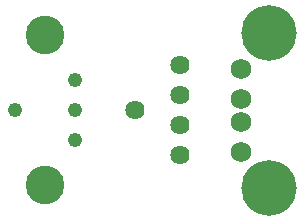
<source format=gbr>
G04 #@! TF.FileFunction,Soldermask,Bot*
%FSLAX46Y46*%
G04 Gerber Fmt 4.6, Leading zero omitted, Abs format (unit mm)*
G04 Created by KiCad (PCBNEW 4.0.7) date Sun Apr 29 12:05:11 2018*
%MOMM*%
%LPD*%
G01*
G04 APERTURE LIST*
%ADD10C,0.100000*%
%ADD11C,1.244600*%
%ADD12C,3.276600*%
%ADD13C,4.701600*%
%ADD14C,1.752600*%
%ADD15C,1.625600*%
G04 APERTURE END LIST*
D10*
D11*
X134620000Y-104140000D03*
X134620000Y-99060000D03*
X134620000Y-101600000D03*
D12*
X132080000Y-107950000D03*
X132080000Y-95250000D03*
D11*
X129540000Y-101600000D03*
D13*
X151080000Y-108170000D03*
X151080000Y-95030000D03*
D14*
X148750000Y-105100000D03*
X148750000Y-102600000D03*
X148750000Y-100600000D03*
X148750000Y-98100000D03*
D15*
X143510000Y-105410000D03*
X143510000Y-102870000D03*
X143510000Y-100330000D03*
X143510000Y-97790000D03*
X139700000Y-101600000D03*
M02*

</source>
